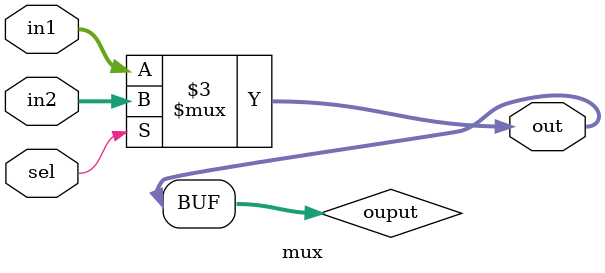
<source format=v>
`timescale 1ns / 1ps
module mux(
  input [31:0] in1,
  input [31:0] in2,
  input sel,
  output [31:0] out
);
	reg [31:0] ouput;
  always @(in1 or in2 or sel)
  begin
    if (sel)
      ouput <= in2;
    else
      ouput <= in1;
  end
  assign out = ouput;
endmodule 
</source>
